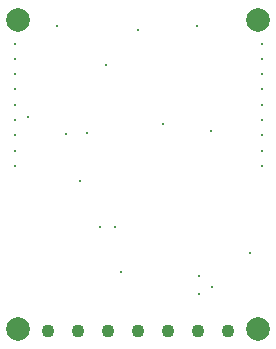
<source format=gbr>
%TF.GenerationSoftware,Altium Limited,Altium Designer,22.10.1 (41)*%
G04 Layer_Color=0*
%FSLAX45Y45*%
%MOMM*%
%TF.SameCoordinates,31040185-1CDC-4878-9C2F-C35C27A90F04*%
%TF.FilePolarity,Positive*%
%TF.FileFunction,Plated,1,6,PTH,Drill*%
%TF.Part,Single*%
G01*
G75*
%TA.AperFunction,OtherDrill,Pad Free-MH (22.15mm,1.9mm)*%
%ADD53C,2.00000*%
%TA.AperFunction,OtherDrill,Pad Free-MH (22.15mm,28.05mm)*%
%ADD54C,2.00000*%
%TA.AperFunction,OtherDrill,Pad Free-MH (1.9mm,28.05mm)*%
%ADD55C,2.00000*%
%TA.AperFunction,ComponentDrill*%
%ADD56C,1.10000*%
%TA.AperFunction,OtherDrill,Pad Free-MH (1.9mm,1.9mm)*%
%ADD57C,2.00000*%
%TA.AperFunction,ViaDrill,NotFilled*%
%ADD58C,0.30000*%
D53*
X2215000Y190000D02*
D03*
D54*
Y2805000D02*
D03*
D55*
X190000D02*
D03*
D56*
X946000Y175000D02*
D03*
X1454000D02*
D03*
X1962000D02*
D03*
X1708000D02*
D03*
X1200000D02*
D03*
X692000D02*
D03*
X438000D02*
D03*
D57*
X190000Y190000D02*
D03*
D58*
X885000Y1055000D02*
D03*
X1010591Y1054118D02*
D03*
X1715000Y635000D02*
D03*
X1830000Y545000D02*
D03*
X1715000Y485000D02*
D03*
X2155000Y835000D02*
D03*
X715000Y1440000D02*
D03*
X1060000Y670000D02*
D03*
X930000Y2425000D02*
D03*
X515000Y2755000D02*
D03*
X595000Y1840000D02*
D03*
X770000Y1845000D02*
D03*
X275000Y1985000D02*
D03*
X2250000Y2604999D02*
D03*
Y2475624D02*
D03*
Y2346249D02*
D03*
Y2216874D02*
D03*
Y2087500D02*
D03*
X2250984Y1958125D02*
D03*
Y1828750D02*
D03*
Y1699375D02*
D03*
Y1570000D02*
D03*
X160000Y2604999D02*
D03*
Y2475624D02*
D03*
Y2346249D02*
D03*
Y2216874D02*
D03*
Y2087500D02*
D03*
X160984Y1958125D02*
D03*
Y1828750D02*
D03*
Y1699375D02*
D03*
X160000Y1570000D02*
D03*
X1700000Y2755000D02*
D03*
X1200000Y2720000D02*
D03*
X1415000Y1925000D02*
D03*
X1825000Y1865000D02*
D03*
%TF.MD5,91cce1114d97a23ae61dab526419dc4e*%
M02*

</source>
